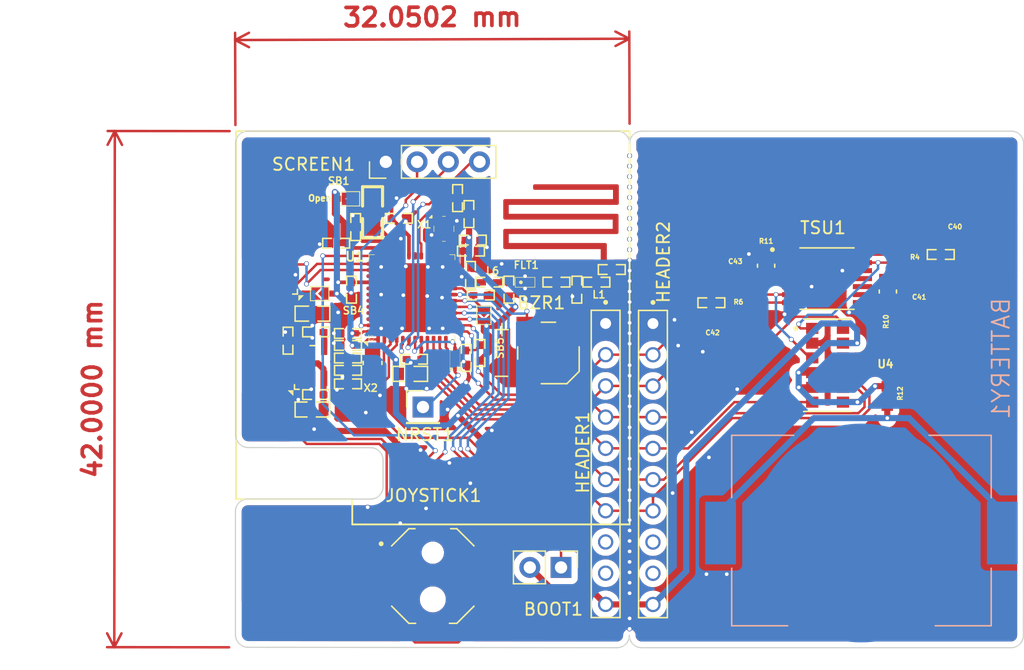
<source format=kicad_pcb>
(kicad_pcb (version 20211014) (generator pcbnew)
  (title_block (title "test_healthwatch_v1"))
  (layers (0 "F.Cu" signal) (31 "B.Cu" signal) (34 "B.Paste" user) (35 "F.Paste" user) (36 "B.SilkS" user "B.Silkscreen") (37 "F.SilkS" user "F.Silkscreen") (38 "B.Mask" user) (39 "F.Mask" user) (44 "Edge.Cuts" user))
  (property "ADDRESS1" "")
  (property "ADDRESS2" "")
  (property "ADDRESS3" "")
  (property "ADDRESS4" "")
  (property "APPLICATION_BUILDNUMBER" "")
  (property "APPROVEDBY" "")
  (property "AUTHOR" "Ph.A")
  (property "DOCUMENTNUMBER" "")
  (property "ORGANIZATION" "")
  (property "SHEETTOTAL" "2")
  (net 0 "")
  (net 1 "3V3")
  (net 2 "GND")
  (net 3 "Net-(SCREEN1-Pad3)")
  (net 4 "Net-(SCREEN1-Pad4)")
  (net 5 "Net-(SCREEN1-Pad2)")
  (net 6 "NRST")
  (net 7 "PA7")
  (net 8 "Net-(C17-Pad1)")
  (net 9 "Net-(C18-Pad1)")
  (net 10 "Net-(C12-Pad1)")
  (net 11 "Net-(C22-Pad1)")
  (net 12 "PA0")
  (net 13 "PA1")
  (net 14 "PA2")
  (net 15 "PA3")
  (net 16 "PA4")
  (net 17 "PA5")
  (net 18 "PB2")
  (net 19 "Net-(C19-Pad1)")
  (net 20 "Net-(C30-Pad2)")
  (net 21 "Net-(U1-Pad24)")
  (net 22 "Net-(U1-Pad25)")
  (net 24 "Net-(C10-Pad1)")
  (net 25 "Net-(L2-Pad2)")
  (net 26 "PA6")
  (net 27 "/USB_N")
  (net 28 "/USB_P")
  (net 36 "Net-(U2-Pad4)")
  (net 37 "5V_USB")
  (net 38 "Net-(U2-Pad6)")
  (net 39 "Net-(C25-Pad2)")
  (net 40 "Net-(C26-Pad2)")
  (net 41 "Net-(C3-Pad2)")
  (net 42 "Net-(C4-Pad1)")
  (net 43 "PA8")
  (net 44 "Net-(C4-Pad2)")
  (net 45 "/ANT")
  (net 49 "Net-(U1-Pad29)")
  (net 50 "Net-(BOOT1-Pad1)")
  (net 51 "PA9")
  (net 52 "PA10")
  (net 53 "Net-(C41-Pad1)")
  (net 54 "Net-(C43-Pad1)")
  (net 55 "Net-(C43-Pad2)")
  (net 56 "Net-(C41-Pad2)")
  (net 61 "Net-(BATTERY1-PadP1)")
  (footprint "" (layer "F.Cu") (at 134.05 111.45)
    (fp_text reference "")
    (fp_text value "")
  )
  (footprint "1-146285-0:TE_1-146285-0" (layer "F.Cu") (at 150.75 95.2 -90)
    (fp_text reference "HEADER1")
    (fp_text value "1-146285-0")
  )
  (footprint "Library:0402_CAP_NPOL" (layer "F.Cu") (at 129.801028 97)
    (fp_text reference "C20")
    (fp_text value "100nF" hide)
  )
  (footprint "" (layer "F.Cu") (at 141.1 89)
    (fp_text reference "")
    (fp_text value "")
  )
  (footprint "Library:STM32WBxx_QFN48" (layer "F.Cu") (at 135 93.1 90)
    (fp_text reference "U1")
    (fp_text value "STM32WBxx_QFN48" hide)
  )
  (footprint "" (layer "F.Cu") (at 130.15 97)
    (fp_text reference "")
    (fp_text value "")
  )
  (footprint "Library:0603_COIL" (layer "F.Cu") (at 134.859098 99.3)
    (fp_text reference "L3")
    (fp_text value "FCM1608KF-601T03" hide)
  )
  (footprint "0ohmResistor:RESC2012X65N" (layer "F.Cu") (at 163.8 90.5 90)
    (fp_text reference "R11")
    (fp_text value "CRG0805ZR")
  )
  (footprint "" (layer "F.Cu") (at 152.7 103.65)
    (fp_text reference "")
    (fp_text value "")
  )
  (footprint "" (layer "F.Cu") (at 125.7627 101.4 90)
    (fp_text reference "")
    (fp_text value "")
  )
  (footprint "" (layer "F.Cu") (at 152.7 81.55)
    (fp_text reference "")
    (fp_text value "")
  )
  (footprint "Library:SOD523" (layer "F.Cu") (at 138.5 98.1 -90)
    (fp_text reference "D4")
    (fp_text value "BAT54KFILM" hide)
  )
  (footprint "" (layer "F.Cu") (at 152.7 107.05)
    (fp_text reference "")
    (fp_text value "")
  )
  (footprint "" (layer "F.Cu") (at 170.55 94.3)
    (fp_text reference "")
    (fp_text value "")
  )
  (footprint "" (layer "F.Cu") (at 152.7 101.95)
    (fp_text reference "")
    (fp_text value "")
  )
  (footprint "Library:0402_RES" (layer "F.Cu") (at 178 89.6)
    (fp_text reference "R3")
    (fp_text value "10K" hide)
  )
  (footprint "" (layer "F.Cu") (at 130.05 92.7)
    (fp_text reference "")
    (fp_text value "")
  )
  (footprint "" (layer "F.Cu") (at 161.45 100.55)
    (fp_text reference "")
    (fp_text value "")
  )
  (footprint "" (layer "F.Cu") (at 132.5 95.6)
    (fp_text reference "")
    (fp_text value "")
  )
  (footprint "1-146285-0:TE_1-146285-0" (layer "F.Cu") (at 154.6 95.2075 -90)
    (fp_text reference "HEADER2")
    (fp_text value "1-146285-0")
  )
  (footprint "Library:0402_CAP_NPOL" (layer "F.Cu") (at 139.8 89.3 180)
    (fp_text reference "C1")
    (fp_text value "100nF" hide)
  )
  (footprint "Library:0402_RES" (layer "F.Cu") (at 129.8 100.1 180)
    (fp_text reference "R2")
    (fp_text value "10K" hide)
  )
  (footprint "" (layer "F.Cu") (at 136.6 88)
    (fp_text reference "")
    (fp_text value "")
  )
  (footprint "" (layer "F.Cu") (at 152.7 111.2)
    (fp_text reference "")
    (fp_text value "")
  )
  (footprint "" (layer "F.Cu") (at 144.2 93.2)
    (fp_text reference "")
    (fp_text value "")
  )
  (footprint "" (layer "F.Cu") (at 126.8127 100.55 90)
    (fp_text reference "")
    (fp_text value "")
  )
  (footprint "Library:0402_CAP_NPOL" (layer "F.Cu") (at 139.95 88.4 180)
    (fp_text reference "C2")
    (fp_text value "100pF" hide)
  )
  (footprint "Library:SOT23-6" (layer "F.Cu") (at 124.8 92.299999 180)
    (fp_text reference "U2")
    (fp_text value "USBLC6-2SC6" hide)
  )
  (footprint "" (layer "F.Cu") (at 152.7 86.65)
    (fp_text reference "")
    (fp_text value "")
  )
  (footprint "Library:0603_CAP_NPOL" (layer "F.Cu") (at 126.9127 94.4 180)
    (fp_text reference "C26")
    (fp_text value "1uF" hide)
  )
  (footprint "" (layer "F.Cu") (at 136.2 100.5)
    (fp_text reference "")
    (fp_text value "")
  )
  (footprint "" (layer "F.Cu") (at 158.95 115.6)
    (fp_text reference "")
    (fp_text value "")
  )
  (footprint "" (layer "F.Cu") (at 125.5308 91.237149)
    (fp_text reference "")
    (fp_text value "")
  )
  (footprint "" (layer "F.Cu") (at 129 94.3)
    (fp_text reference "")
    (fp_text value "")
  )
  (footprint "" (layer "F.Cu") (at 152.7 92.6)
    (fp_text reference "")
    (fp_text value "")
  )
  (footprint "Library:0402_CAP_NPOL" (layer "F.Cu") (at 129.801028 99 180)
    (fp_text reference "C18")
    (fp_text value "10pF" hide)
  )
  (footprint "Library:0402_CAP_NPOL" (layer "F.Cu") (at 140.6 92.9)
    (fp_text reference "C19")
    (fp_text value "100nF" hide)
  )
  (footprint "KSSG13J12-N:XDCR_KSSG13J12-N" (layer "F.Cu") (at 146.1 97.6)
    (fp_text reference "BZR1")
    (fp_text value "KSSG13J12-N")
  )
  (footprint "" (layer "F.Cu") (at 152.7 95.15)
    (fp_text reference "")
    (fp_text value "")
  )
  (footprint "" (layer "F.Cu") (at 138.05 106.55)
    (fp_text reference "")
    (fp_text value "")
  )
  (footprint "CR0402-FX-4700GLF:RESC1005X40N" (layer "F.Cu") (at 176.15 90.6)
    (fp_text reference "R4")
    (fp_text value "CR0402-FX-4700GLF")
  )
  (footprint "" (layer "F.Cu") (at 136.15 110.25)
    (fp_text reference "")
    (fp_text value "")
  )
  (footprint "" (layer "F.Cu") (at 152.7 112.9)
    (fp_text reference "")
    (fp_text value "")
  )
  (footprint "" (layer "F.Cu") (at 139.75 108.2)
    (fp_text reference "")
    (fp_text value "")
  )
  (footprint "" (layer "F.Cu") (at 132.4 101.05)
    (fp_text reference "")
    (fp_text value "")
  )
  (footprint "" (layer "F.Cu") (at 137.5 90.6)
    (fp_text reference "")
    (fp_text value "")
  )
  (footprint "Library:0402_RES" (layer "F.Cu") (at 138.7 85 -90)
    (fp_text reference "R14")
    (fp_text value "100K" hide)
  )
  (footprint "Library:0402_CAP_NPOL" (layer "F.Cu") (at 151.25 90.798975 180)
    (fp_text reference "C7")
    (fp_text value "1.2pF" hide)
  )
  (footprint "CR0402-FX-4700GLF:RESC1005X40N" (layer "F.Cu") (at 161.3 92.45 180)
    (fp_text reference "R6")
    (fp_text value "CR0402-FX-4700GLF")
  )
  (footprint "" (layer "F.Cu") (at 144.2 91.35)
    (fp_text reference "")
    (fp_text value "")
  )
  (footprint "Library:0805_COIL" (layer "F.Cu") (at 131.8 85.014 -90)
    (fp_text reference "L2")
    (fp_text value "10uH" hide)
  )
  (footprint "" (layer "F.Cu") (at 152.7 109.6)
    (fp_text reference "")
    (fp_text value "")
  )
  (footprint "" (layer "F.Cu") (at 136.243811 92.969054)
    (fp_text reference "")
    (fp_text value "")
  )
  (footprint "" (layer "F.Cu") (at 152.7 83.25)
    (fp_text reference "")
    (fp_text value "")
  )
  (footprint "" (layer "F.Cu") (at 129.35 99.55)
    (fp_text reference "")
    (fp_text value "")
  )
  (footprint "" (layer "F.Cu") (at 134.55 100.5)
    (fp_text reference "")
    (fp_text value "")
  )
  (footprint "" (layer "F.Cu") (at 142.3 90.35)
    (fp_text reference "")
    (fp_text value "")
  )
  (footprint "" (layer "F.Cu") (at 134.1 88.3)
    (fp_text reference "")
    (fp_text value "")
  )
  (footprint "Library:NX2012_2P" (layer "F.Cu") (at 131.8 97.65 -90)
    (fp_text reference "X2")
    (fp_text value "NX2012_32K768Hz" hide)
  )
  (footprint "" (layer "F.Cu") (at 132.5 90.6)
    (fp_text reference "")
    (fp_text value "")
  )
  (footprint "Library:SOT23-5" (layer "F.Cu") (at 126.9127 98.4 90)
    (fp_text reference "U3")
    (fp_text value "LD3985M33R" hide)
  )
  (footprint "" (layer "F.Cu") (at 132.5 92.85)
    (fp_text reference "")
    (fp_text value "")
  )
  (footprint "Library:0402_CAP_NPOL" (layer "F.Cu") (at 148.4 92.448972 -90)
    (fp_text reference "C6")
    (fp_text value "NF" hide)
  )
  (footprint "100ohm:RESC1608X55N" (layer "F.Cu") (at 173.65 101.1 -90)
    (fp_text reference "R12")
    (fp_text value "MCR03EZPJ911")
  )
  (footprint "" (layer "F.Cu") (at 152.7 104.5)
    (fp_text reference "")
    (fp_text value "")
  )
  (footprint "Library:0402_CAP_NPOL" (layer "F.Cu") (at 146.75 91.85)
    (fp_text reference "C4")
    (fp_text value "10nF" hide)
  )
  (footprint "" (layer "F.Cu") (at 124.7 95.9 90)
    (fp_text reference "")
    (fp_text value "")
  )
  (footprint "Library:0402_COIL" (layer "F.Cu") (at 141.3 91.85)
    (fp_text reference "L6")
    (fp_text value "0R" hide)
  )
  (footprint "" (layer "F.Cu") (at 152.7 90.9)
    (fp_text reference "")
    (fp_text value "")
  )
  (footprint "" (layer "F.Cu") (at 160.6 115.6)
    (fp_text reference "")
    (fp_text value "")
  )
  (footprint "Library:0603_CAP_NPOL" (layer "F.Cu") (at 126.9127 102.2)
    (fp_text reference "C23")
    (fp_text value "1uF" hide)
  )
  (footprint "Connector_PinHeader_2.54mm:PinHeader_1x02_P2.54mm_Vertical" (layer "F.Cu") (at 147.125 115.05 -90)
    (fp_text reference "BOOT1")
    (fp_text value "Conn_01x02_Male")
  )
  (footprint "Library:0402_CAP_NPOL" (layer "F.Cu") (at 128.839203 88.657 180)
    (fp_text reference "C16")
    (fp_text value "100nF" hide)
  )
  (footprint "" (layer "F.Cu") (at 152.7 88.35)
    (fp_text reference "")
    (fp_text value "")
  )
  (footprint "" (layer "F.Cu") (at 152.7 114.6)
    (fp_text reference "")
    (fp_text value "")
  )
  (footprint "" (layer "F.Cu") (at 152.7 82.4)
    (fp_text reference "")
    (fp_text value "")
  )
  (footprint "" (layer "F.Cu") (at 139.4 100)
    (fp_text reference "")
    (fp_text value "")
  )
  (footprint "" (layer "F.Cu") (at 152.7 112.05)
    (fp_text reference "")
    (fp_text value "")
  )
  (footprint "C0603C101K5RACTU:CAPC1608X87N" (layer "F.Cu") (at 161.35 91.1 180)
    (fp_text reference "C43")
    (fp_text value "C0603C101K5RACTU")
  )
  (footprint "Connector_PinHeader_2.54mm:PinHeader_1x04_P2.54mm_Vertical" (layer "F.Cu") (at 132.88 82.05 90)
    (fp_text reference "SCREEN1")
    (fp_text value "HEADER_1X41")
  )
  (footprint "" (layer "F.Cu") (at 162.4 89.55)
    (fp_text reference "")
    (fp_text value "")
  )
  (footprint "" (layer "F.Cu") (at 152.7 93.45)
    (fp_text reference "")
    (fp_text value "")
  )
  (footprint "" (layer "F.Cu") (at 152.7 108.75)
    (fp_text reference "")
    (fp_text value "")
  )
  (footprint "Library:SB-tiny" (layer "F.Cu") (at 129.939203 85.057 180)
    (fp_text reference "SB1")
    (fp_text value "Open")
  )
  (footprint "" (layer "F.Cu") (at 152.7 90.05)
    (fp_text reference "")
    (fp_text value "")
  )
  (footprint "C0603C101K5RACTU:CAPC1608X87N" (layer "F.Cu") (at 176.15 91.95)
    (fp_text reference "C41")
    (fp_text value "C0603C101K5RACTU")
  )
  (footprint "" (layer "F.Cu") (at 127.5 88.75)
    (fp_text reference "")
    (fp_text value "")
  )
  (footprint "" (layer "F.Cu") (at 126.9 96.37 90)
    (fp_text reference "")
    (fp_text value "")
  )
  (footprint "" (layer "F.Cu") (at 152.7 84.1)
    (fp_text reference "")
    (fp_text value "")
  )
  (footprint "" (layer "F.Cu") (at 165.3 94.45)
    (fp_text reference "")
    (fp_text value "")
  )
  (footprint "Library:0402_RES" (layer "F.Cu") (at 140.55 97.6 90)
    (fp_text reference "R1")
    (fp_text value "100K" hide)
  )
  (footprint "C0603C101K5RACTU:CAPC1608X87N" (layer "F.Cu") (at 179.4 88.4)
    (fp_text reference "C40")
    (fp_text value "C0603C101K5RACTU")
  )
  (footprint "" (layer "F.Cu") (at 131.25 102.45)
    (fp_text reference "")
    (fp_text value "")
  )
  (footprint "" (layer "F.Cu") (at 129 91.85)
    (fp_text reference "")
    (fp_text value "")
  )
  (footprint "Library:0402_CAP_NPOL" (layer "F.Cu") (at 135.161826 98.1 180)
    (fp_text reference "C22")
    (fp_text value "100nF" hide)
  )
  (footprint "Library:0402_CAP_NPOL" (layer "F.Cu") (at 139.75 91.25 -90)
    (fp_text reference "C30")
    (fp_text value "0.8pF" hide)
  )
  (footprint "Library:0402_COIL" (layer "F.Cu") (at 150 91.85)
    (fp_text reference "L1")
    (fp_text value "3.6nH" hide)
  )
  (footprint "" (layer "F.Cu") (at 128.9 100.6)
    (fp_text reference "")
    (fp_text value "")
  )
  (footprint "" (layer "F.Cu") (at 152.7 89.2)
    (fp_text reference "")
    (fp_text value "")
  )
  (footprint "Library:0402_CAP_NPOL" (layer "F.Cu") (at 127.2127 95.9)
    (fp_text reference "C25")
    (fp_text value "10nF" hide)
  )
  (footprint "" (layer "F.Cu") (at 152.7 85.8)
    (fp_text reference "")
    (fp_text value "")
  )
  (footprint "" (layer "F.Cu") (at 152.7 96)
    (fp_text reference "")
    (fp_text value "")
  )
  (footprint "" (layer "F.Cu") (at 152.7 115.45)
    (fp_text reference "")
    (fp_text value "")
  )
  (footprint "" (layer "F.Cu") (at 141.5 103.9)
    (fp_text reference "")
    (fp_text value "")
  )
  (footprint "" (layer "F.Cu") (at 131.4 110.15)
    (fp_text reference "")
    (fp_text value "")
  )
  (footprint "" (layer "F.Cu") (at 130.15 96)
    (fp_text reference "")
    (fp_text value "")
  )
  (footprint "" (layer "F.Cu") (at 128.65 96.8)
    (fp_text reference "")
    (fp_text value "")
  )
  (footprint "SFH_7072:XDCR_SFH_7072" (layer "F.Cu") (at 168.8 98.6)
    (fp_text reference "U4")
    (fp_text value "SFH_7072")
  )
  (footprint "TSU104IPT:SOP65P640X120-14N" (layer "F.Cu") (at 168.75 91.55)
    (fp_text reference "TSU1")
    (fp_text value "TSU104IPT")
  )
  (footprint "" (layer "F.Cu") (at 152.7 94.3)
    (fp_text reference "")
    (fp_text value "")
  )
  (footprint "" (layer "F.Cu") (at 136.4 95.6)
    (fp_text reference "")
    (fp_text value "")
  )
  (footprint "" (layer "F.Cu") (at 144.2 92.35)
    (fp_text reference "")
    (fp_text value "")
  )
  (footprint "Library:0402_CAP_NPOL" (layer "F.Cu") (at 130.439203 87.357 90)
    (fp_text reference "C9")
    (fp_text value "4.7uF" hide)
  )
  (footprint "" (layer "F.Cu") (at 137.5 95.6)
    (fp_text reference "")
    (fp_text value "")
  )
  (footprint "" (layer "F.Cu") (at 134.5 90.55)
    (fp_text reference "")
    (fp_text value "")
  )
  (footprint "" (layer "F.Cu") (at 152.7 99.45)
    (fp_text reference "")
    (fp_text value "")
  )
  (footprint "" (layer "F.Cu") (at 167.5 92.2)
    (fp_text reference "")
    (fp_text value "")
  )
  (footprint "Connector_USB:usb-PCB" (layer "F.Cu") (at 120.6375 115.52 -90)
    (fp_text reference "USB1" hide)
    (fp_text value "USB_A_PLUG" hide)
  )
  (footprint "" (layer "F.Cu") (at 152.7 98.6)
    (fp_text reference "")
    (fp_text value "")
  )
  (footprint "JS1400AFQ:SW_JS1400AFQ" (layer "F.Cu") (at 136.7 115.75)
    (fp_text reference "JOYSTICK1")
    (fp_text value "JS1400AFQ")
  )
  (footprint "Library:0402_CAP_NPOL" (layer "F.Cu") (at 129.801028 96 180)
    (fp_text reference "C15")
    (fp_text value "100nF" hide)
  )
  (footprint "" (layer "F.Cu") (at 126.9 95.37)
    (fp_text reference "")
    (fp_text value "")
  )
  (footprint "" (layer "F.Cu") (at 156.65 97)
    (fp_text reference "")
    (fp_text value "")
  )
  (footprint "" (layer "F.Cu") (at 158.65 97.5)
    (fp_text reference "")
    (fp_text value "")
  )
  (footprint "" (layer "F.Cu") (at 136.3 90.6)
    (fp_text reference "")
    (fp_text value "")
  )
  (footprint "Library:0402_CAP_NPOL" (layer "F.Cu") (at 142.9 92.448973 90)
    (fp_text reference "C3")
    (fp_text value "NF" hide)
  )
  (footprint "Library:SB-tiny" (layer "F.Cu") (at 140.850001 94.6 -90)
    (fp_text reference "SB5")
    (fp_text value "Close" hide)
  )
  (footprint "" (layer "F.Cu") (at 135.7 105.5)
    (fp_text reference "")
    (fp_text value "")
  )
  (footprint "" (layer "F.Cu") (at 127.05 103.8)
    (fp_text reference "")
    (fp_text value "")
  )
  (footprint "" (layer "F.Cu") (at 152.7 120.05)
    (fp_text reference "")
    (fp_text value "")
  )
  (footprint "Library:0402_RES" (layer "F.Cu") (at 159.35 93.5 180)
    (fp_text reference "R5")
    (fp_text value "10K" hide)
  )
  (footprint "" (layer "F.Cu") (at 133.75 85)
    (fp_text reference "")
    (fp_text value "")
  )
  (footprint "" (layer "F.Cu") (at 152.7 91.75)
    (fp_text reference "")
    (fp_text value "")
  )
  (footprint "" (layer "F.Cu") (at 152.7 101.1)
    (fp_text reference "")
    (fp_text value "")
  )
  (footprint "" (layer "F.Cu") (at 134.2 95.6)
    (fp_text reference "")
    (fp_text value "")
  )
  (footprint "" (layer "F.Cu") (at 152.7 87.5)
    (fp_text reference "")
    (fp_text value "")
  )
  (footprint "" (layer "F.Cu") (at 139.2 98.3)
    (fp_text reference "")
    (fp_text value "")
  )
  (footprint "" (layer "F.Cu") (at 134.3 92.9)
    (fp_text reference "")
    (fp_text value "")
  )
  (footprint "Library:0402_CAP_NPOL" (layer "F.Cu") (at 133.939203 86.657)
    (fp_text reference "C10")
    (fp_text value "4.7uF" hide)
  )
  (footprint "Library:0402_CAP_NPOL" (layer "F.Cu") (at 124.9127 96.6 -90)
    (fp_text reference "C27")
    (fp_text value "100nF" hide)
  )
  (footprint "Library:0402_CAP_NPOL" (layer "F.Cu") (at 139.4 98 -90)
    (fp_text reference "C12")
    (fp_text value "100nF" hide)
  )
  (footprint "Library:0402_CAP_NPOL" (layer "F.Cu") (at 130.1 92.450571 90)
    (fp_text reference "C21")
    (fp_text value "100nF" hide)
  )
  (footprint "" (layer "F.Cu") (at 139.1 96.45)
    (fp_text reference "")
    (fp_text value "")
  )
  (footprint "" (layer "F.Cu") (at 152.7 119.2)
    (fp_text reference "")
    (fp_text value "")
  )
  (footprint "Library:0402_CAP_NPOL" (layer "F.Cu") (at 129.801028 98 180)
    (fp_text reference "C17")
    (fp_text value "10pF" hide)
  )
  (footprint "" (layer "F.Cu") (at 128.65 96)
    (fp_text reference "")
    (fp_text value "")
  )
  (footprint "" (layer "F.Cu") (at 170 90.9)
    (fp_text reference "")
    (fp_text value "")
  )
  (footprint "" (layer "F.Cu") (at 152.7 113.75)
    (fp_text reference "")
    (fp_text value "")
  )
  (footprint "Library:SB-tiny" (layer "F.Cu") (at 127.4325 92.7675 180)
    (fp_text reference "SB4")
    (fp_text value "Close" hide)
  )
  (footprint "C0603C101K5RACTU:CAPC1608X87N" (layer "F.Cu") (at 159.5 94.7)
    (fp_text reference "C42")
    (fp_text value "C0603C101K5RACTU")
  )
  (footprint "Library:0402_RES" (layer "F.Cu") (at 139.65 86.3 90)
    (fp_text reference "R13")
    (fp_text value "100K" hide)
  )
  (footprint "" (layer "F.Cu") (at 152.7 96.85)
    (fp_text reference "")
    (fp_text value "")
  )
  (footprint "Library:LFB182G45CGFD436" (layer "F.Cu") (at 144.2 91.85)
    (fp_text reference "FLT1")
    (fp_text value "LFB182G45CGFD436" hide)
  )
  (footprint "0ohmResistor:RESC2012X65N" (layer "F.Cu") (at 173.7 92.6 -90)
    (fp_text reference "R10")
    (fp_text value "CRG0805ZR")
  )
  (footprint "" (layer "F.Cu") (at 157.75 104.05)
    (fp_text reference "")
    (fp_text value "")
  )
  (footprint "" (layer "F.Cu") (at 156.35 94.9)
    (fp_text reference "")
    (fp_text value "")
  )
  (footprint "Connector_PinHeader_2.54mm:PinHeader_1x01_P2.54mm_Vertical" (layer "F.Cu") (at 135.9 102)
    (fp_text reference "NRST1")
    (fp_text value "Conn_01x01_Female")
  )
  (footprint "Library:0402_CAP_NPOL" (layer "F.Cu") (at 127.2127 101)
    (fp_text reference "C24")
    (fp_text value "100nF" hide)
  )
  (footprint "" (layer "F.Cu") (at 139.05 91.4)
    (fp_text reference "")
    (fp_text value "")
  )
  (footprint "" (layer "F.Cu") (at 138.65 86.85)
    (fp_text reference "")
    (fp_text value "")
  )
  (footprint "" (layer "F.Cu") (at 152.7 116.3)
    (fp_text reference "")
    (fp_text value "")
  )
  (footprint "" (layer "F.Cu") (at 137.45 93.1)
    (fp_text reference "")
    (fp_text value "")
  )
  (footprint "" (layer "F.Cu") (at 134.9 98.4)
    (fp_text reference "")
    (fp_text value "")
  )
  (footprint "" (layer "F.Cu") (at 156.2 109)
    (fp_text reference "")
    (fp_text value "")
  )
  (footprint "" (layer "F.Cu") (at 137.9 102.2)
    (fp_text reference "")
    (fp_text value "")
  )
  (footprint "" (layer "F.Cu") (at 152.7 106.2)
    (fp_text reference "")
    (fp_text value "")
  )
  (footprint "" (layer "F.Cu") (at 152.7 117.15)
    (fp_text reference "")
    (fp_text value "")
  )
  (footprint "" (layer "F.Cu") (at 134.5 86.9)
    (fp_text reference "")
    (fp_text value "")
  )
  (footprint "" (layer "F.Cu") (at 148.05 93)
    (fp_text reference "")
    (fp_text value "")
  )
  (footprint "Library:NX2016_4P" (layer "F.Cu") (at 137.6 87.5 -90)
    (fp_text reference "X1")
    (fp_text value "NX2016_32MHz" hide)
  )
  (footprint "" (layer "F.Cu") (at 130.189203 86.407)
    (fp_text reference "")
    (fp_text value "")
  )
  (footprint "" (layer "F.Cu") (at 152.7 84.95)
    (fp_text reference "")
    (fp_text value "")
  )
  (footprint "" (layer "F.Cu") (at 159.15 106.1)
    (fp_text reference "")
    (fp_text value "")
  )
  (footprint "BAT-HLD-002-SMT:BAT_BAT-HLD-002-SMT" (layer "B.Cu") (at 171.55 112.25)
    (fp_text reference "BATTERY1")
    (fp_text value "BAT-HLD-002-SMT")
  )
  (gr_poly (pts (xy 130.701203 84.557001) (xy 130.701203 85.556999) (xy 130.339202 85.556999) (xy 129.839203 85.057) (xy 130.339202 84.557001)) (layer "F.Cu") (width 0) (fill solid))
  (gr_poly (pts (xy 140.350002 93.845499) (xy 141.35 93.845499) (xy 141.35 94.2075) (xy 140.850001 94.707499) (xy 140.350002 94.2075)) (layer "F.Cu") (width 0) (fill solid))
  (gr_poly (pts (xy 128.2295 92.267501) (xy 128.2295 93.267499) (xy 127.867499 93.267499) (xy 127.3675 92.7675) (xy 127.867499 92.267501)) (layer "F.Cu") (width 0) (fill solid))
  (gr_poly (pts (xy 141.35 94.4575) (xy 140.850001 94.957499) (xy 140.350002 94.4575) (xy 140.350002 95.242499) (xy 141.35 95.242499)) (layer "F.Cu") (width 0) (fill solid))
  (gr_poly (pts (xy 127.6175 93.267499) (xy 127.117501 92.7675) (xy 127.6175 92.267501) (xy 126.8325 92.267501) (xy 126.8325 93.267499)) (layer "F.Cu") (width 0) (fill solid))
  (gr_poly (pts (xy 130.089203 85.556999) (xy 129.589204 85.057) (xy 130.089203 84.557001) (xy 129.304203 84.557001) (xy 129.304203 85.556999)) (layer "F.Cu") (width 0) (fill solid))
  (gr_line (start 120.7 109.5) (end 120.7 79.55) (layer "F.SilkS") (width 0.15))
  (gr_line (start 120.7 79.55) (end 152.7 79.55) (layer "F.SilkS") (width 0.15))
  (gr_line (start 130.15 109.5) (end 120.7 109.5) (layer "F.SilkS") (width 0.15))
  (gr_line (start 130.15 111.55) (end 130.15 109.5) (layer "F.SilkS") (width 0.15))
  (gr_line (start 152.7 79.55) (end 152.7 111.55) (layer "F.SilkS") (width 0.15))
  (gr_line (start 152.7 111.55) (end 130.15 111.55) (layer "F.SilkS") (width 0.15))
  (gr_line (start 121.65 109.49) (end 131.65 109.49) (layer "Edge.Cuts") (width 0.1))
  (gr_arc (start 120.65 110.49) (mid 120.942891 109.78289) (end 121.65 109.49) (layer "Edge.Cuts") (width 0.1))
  (gr_arc (start 121.65 121.55) (mid 120.955912 121.244087) (end 120.65 120.55) (layer "Edge.Cuts") (width 0.1))
  (gr_line (start 184.737874 80.55) (end 184.718639 120.582814) (layer "Edge.Cuts") (width 0.1))
  (gr_arc (start 151.7 79.55) (mid 152.407107 79.842893) (end 152.7 80.55) (layer "Edge.Cuts") (width 0.1))
  (gr_line (start 151.680765 121.582814) (end 121.65 121.55) (layer "Edge.Cuts") (width 0.1))
  (gr_arc (start 153.680765 121.582814) (mid 152.973658 121.289921) (end 152.680765 120.582814) (layer "Edge.Cuts") (width 0.1))
  (gr_line (start 120.65 120.55) (end 120.65 110.49) (layer "Edge.Cuts") (width 0.1))
  (gr_line (start 121.65 105.297892) (end 131.65 105.309614) (layer "Edge.Cuts") (width 0.1))
  (gr_arc (start 184.718639 120.582814) (mid 184.42574 121.289915) (end 183.718639 121.582814) (layer "Edge.Cuts") (width 0.1))
  (gr_arc (start 152.680765 120.582814) (mid 152.387872 121.289921) (end 151.680765 121.582814) (layer "Edge.Cuts") (width 0.1))
  (gr_line (start 183.718639 121.582814) (end 153.680765 121.582814) (layer "Edge.Cuts") (width 0.1))
  (gr_line (start 121.662126 79.55) (end 151.7 79.55) (layer "Edge.Cuts") (width 0.1))
  (gr_arc (start 121.65 105.297892) (mid 120.947792 104.967392) (end 120.662126 104.245787) (layer "Edge.Cuts") (width 0.1))
  (gr_line (start 120.662126 104.245787) (end 120.662126 80.55) (layer "Edge.Cuts") (width 0.1))
  (gr_line (start 132.65 108.49) (end 132.65 106.302507) (layer "Edge.Cuts") (width 0.1))
  (gr_arc (start 132.65 108.49) (mid 132.357105 109.197104) (end 131.65 109.49) (layer "Edge.Cuts") (width 0.1))
  (gr_line (start 153.7 79.55) (end 183.737874 79.55) (layer "Edge.Cuts") (width 0.1))
  (gr_arc (start 131.65 105.309614) (mid 132.354617 105.599994) (end 132.65 106.302507) (layer "Edge.Cuts") (width 0.1))
  (gr_arc (start 120.662126 80.55) (mid 120.955021 79.842902) (end 121.662126 79.55) (layer "Edge.Cuts") (width 0.1))
  (gr_arc (start 152.7 80.55) (mid 152.992893 79.842893) (end 153.7 79.55) (layer "Edge.Cuts") (width 0.1))
  (gr_arc (start 183.737874 79.55) (mid 184.444998 79.842884) (end 184.737874 80.55) (layer "Edge.Cuts") (width 0.1))
  (dimension (type aligned) (layer "F.Cu") (pts (xy 152.7 79.443842) (xy 120.65 79.55)) (height 7.413844) (gr_text "32,0502 mm" (at 136.644482 70.283128 0.1897779444) (layer "F.Cu") (effects (font (size 1.5 1.5) (thickness 0.3)))) (format (units 3) (units_format 1) (precision 4)) (style (thickness 0.2) (arrow_length 1.27) (text_position_mode 0) (extension_height 0.58642) (extension_offset 0.5) keep_text_aligned))
  (dimension (type aligned) (layer "F.Cu") (pts (xy 120.6375 121.55) (xy 120.68 79.55)) (height -9.837502) (gr_text "42,0000 mm" (at 109.021254 100.538224 89.94202215) (layer "F.Cu") (effects (font (size 1.5 1.5) (thickness 0.3)))) (format (units 3) (units_format 1) (precision 4)) (style (thickness 0.2) (arrow_length 1.27) (text_position_mode 0) (extension_height 0.58642) (extension_offset 0.5) keep_text_aligned))
  (segment (start 138.75 102.7) (end 149.4 113.35) (width 0.5) (layer "F.Cu") (net 1))
  (segment (start 171.22 101.6) (end 170.05 101.6) (width 0.5) (layer "F.Cu") (net 1))
  (segment (start 149.4 116.71) (end 150.75 118.06) (width 0.5) (layer "F.Cu") (net 1))
  (segment (start 128.739203 86.257) (end 128.739203 85.257) (width 0.5) (layer "F.Cu") (net 1))
  (segment (start 128.739203 85.257) (end 128.739203 84.507) (width 0.5) (layer "F.Cu") (net 1))
  (segment (start 143.4 93.85) (end 141.85 95.4) (width 0.5) (layer "F.Cu") (net 1))
  (segment (start 149.4 113.35) (end 149.4 116.71) (width 0.5) (layer "F.Cu") (net 1))
  (segment (start 129.439203 86.957) (end 128.739203 86.257) (width 0.5) (layer "F.Cu") (net 1))
  (segment (start 149.4 116.71) (end 146.245 116.71) (width 0.5) (layer "F.Cu") (net 1))
  (segment (start 173.63 100.3) (end 173.65 100.32) (width 0.5) (layer "F.Cu") (net 1))
  (segment (start 133.7 99.042602) (end 133.957398 99.3) (width 0.5) (layer "F.Cu") (net 1))
  (segment (start 132.480774 89.051597) (end 129.832772 89.051597) (width 0.3) (layer "F.Cu") (net 1))
  (segment (start 133.260798 89.701597) (end 133.260798 89.060798) (width 0.3) (layer "F.Cu") (net 1))
  (segment (start 146.245 116.71) (end 144.585 115.05) (width 0.5) (layer "F.Cu") (net 1))
  (segment (start 166.45 100.4) (end 167.55 100.4) (width 0.5) (layer "F.Cu") (net 1))
  (segment (start 166.44 99.2) (end 167.55 99.2) (width 0.5) (layer "F.Cu") (net 1))
  (segment (start 129.439203 87.957) (end 129.439203 86.957) (width 0.5) (layer "F.Cu") (net 1))
  (segment (start 132.760797 89.701597) (end 132.760798 89.331621) (width 0.3) (layer "F.Cu") (net 1))
  (segment (start 131.048403 95.851597) (end 131.601198 95.851597) (width 0.2) (layer "F.Cu") (net 1))
  (segment (start 139.1 90.6) (end 139.1 89.365) (width 0.3) (layer "F.Cu") (net 1))
  (segment (start 130.983231 88.5) (end 130.439203 87.955972) (width 0.3) (layer "F.Cu") (net 1))
  (segment (start 130.9 97) (end 131.401602 96.498398) (width 0.2) (layer "F.Cu") (net 1))
  (segment (start 141.253511 96.197989) (end 141.253511 97.531489) (width 0.5) (layer "F.Cu") (net 1))
  (segment (start 133.260798 89.060798) (end 132.7 88.5) (width 0.3) (layer "F.Cu") (net 1))
  (segment (start 150.75 118.06) (end 154.5925 118.06) (width 0.5) (layer "F.Cu") (net 1))
  (segment (start 130.439203 87.955972) (end 129.440231 87.955972) (width 0.5) (layer "F.Cu") (net 1))
  (segment (start 138.642893 90.85) (end 138.85 90.85) (width 0.25) (layer "F.Cu") (net 1))
  (segment (start 141.85 95.4) (end 141.05 95.4) (width 0.5) (layer "F.Cu") (net 1))
  (segment (start 128.9 92.7675) (end 127.932499 92.7675) (width 0.5) (layer "F.Cu") (net 1))
  (segment (start 139.165 88.55) (end 139.315 88.4) (width 0.3) (layer "F.Cu") (net 1))
  (segment (start 139.65 88.2) (end 139.65 86.935) (width 0.5) (layer "F.Cu") (net 1))
  (segment (start 132.760798 89.331621) (end 132.480774 89.051597) (width 0.3) (layer "F.Cu") (net 1))
  (segment (start 140.850001 95.794479) (end 141.253511 96.197989) (width 0.5) (layer "F.Cu") (net 1))
  (segment (start 140.850001 95.25) (end 140.850001 95.794479) (width 0.5) (layer "F.Cu") (net 1))
  (segment (start 154.5925 118.06) (end 154.6 118.0675) (width 0.5) (layer "F.Cu") (net 1))
  (segment (start 171.2 96.8) (end 170.05 96.8) (width 0.5) (layer "F.Cu") (net 1))
  (segment (start 172.65 100.3) (end 173.63 100.3) (width 0.5) (layer "F.Cu") (net 1))
  (segment (start 131.401602 96.498398) (end 132.253686 96.498398) (width 0.2) (layer "F.Cu") (net 1))
  (segment (start 138.85 90.85) (end 139.1 90.6) (width 0.3) (layer "F.Cu") (net 1))
  (segment (start 129.832772 89.051597) (end 129.438175 88.657) (width 0.3) (layer "F.Cu") (net 1))
  (segment (start 130.9 96) (end 131.048403 95.851597) (width 0.2) (layer "F.Cu") (net 1))
  (segment (start 130.1 91.851598) (end 129 91.851598) (width 0.3) (layer "F.Cu") (net 1))
  (segment (start 130.400001 97) (end 130.9 97) (width 0.2) (layer "F.Cu") (net 1))
  (segment (start 129.439203 88.654944) (end 129.439203 87.957) (width 0.5) (layer "F.Cu") (net 1))
  (segment (start 141.253511 97.531489) (end 140.55 98.235) (width 0.5) (layer "F.Cu") (net 1))
  (segment (start 139.165 89.3) (end 139.165 88.55) (width 0.3) (layer "F.Cu") (net 1))
  (segment (start 129.440231 87.955972) (end 129.439203 87.957) (width 0.3) (layer "F.Cu") (net 1))
  (segment (start 128.739203 85.057) (end 129.289203 85.057) (width 0.5) (layer "F.Cu") (net 1))
  (segment (start 132.7 88.5) (end 130.983231 88.5) (width 0.3) (layer "F.Cu") (net 1))
  (segment (start 133.7 98.15) (end 133.7 99.042602) (width 0.5) (layer "F.Cu") (net 1))
  (segment (start 130.4 96) (end 130.9 96) (width 0.2) (layer "F.Cu") (net 1))
  (segment (start 139.1 89.365) (end 139.165 89.3) (width 0.3) (layer "F.Cu") (net 1))
  (segment (start 130.1 91.851598) (end 131.601198 91.851598) (width 0.3) (layer "F.Cu") (net 1))
  (via (at 133.7 98.15) (size 0.4) (drill 0.3) (layers "F.Cu" "B.Cu") (net 1))
  (via (at 128.739203 84.507) (size 0.4) (drill 0.3) (layers "F.Cu" "B.Cu") (net 1))
  (via (at 172.65 100.3) (size 0.4) (drill 0.3) (layers "F.Cu" "B.Cu") (net 1))
  (via (at 166.44 99.2) (size 0.4) (drill 0.3) (layers "F.Cu" "B.Cu") (net 1))
  (via (at 171.22 101.6) (size 0.4) (drill 0.3) (layers "F.Cu" "B.Cu") (net 1))
  (via (at 143.4 93.85) (size 0.4) (drill 0.3) (layers "F.Cu" "B.Cu") (net 1))
  (via (at 138.75 102.7) (size 0.4) (drill 0.3) (layers "F.Cu" "B.Cu") (net 1))
  (via (at 166.45 100.4) (size 0.4) (drill 0.3) (layers "F.Cu" "B.Cu") (net 1))
  (via (at 128.9 92.7675) (size 0.4) (drill 0.3) (layers "F.Cu" "B.Cu") (net 1))
  (via (at 141.05 95.4) (size 0.4) (drill 0.3) (layers "F.Cu" "B.Cu") (net 1))
  (via (at 171.2 96.8) (size 0.4) (drill 0.3) (layers "F.Cu" "B.Cu") (net 1))
  (via (at 139.65 88.2) (size 0.4) (drill 0.3) (layers "F.Cu" "B.Cu") (net 1))
  (segment (start 128.9 92.7675) (end 130 93.8675) (width 0.5) (layer "B.Cu") (net 1))
  (segment (start 130.55 97) (end 132.55 97) (width 0.5) (layer "B.Cu") (net 1))
  (segment (start 166.45 99.21) (end 166.44 99.2) (width 0.5) (layer "B.Cu") (net 1))
  (segment (start 168.84 96.8) (end 171.2 96.8) (width 0.5) (layer "B.Cu") (net 1))
  (segment (start 133.7 102.5) (end 133.7 98.15) (width 0.5) (layer "B.Cu") (net 1))
  (segment (start 134.7 103.5) (end 133.7 102.5) (width 0.5) (layer "B.Cu") (net 1))
  (segment (start 171.22 101.6) (end 167.65 101.6) (width 0.5) (layer "B.Cu") (net 1))
  (segment (start 130 96.45) (end 130.55 97) (width 0.5) (layer "B.Cu") (net 1))
  (segment (start 137.95 103.5) (end 134.7 103.5) (width 0.5) (layer "B.Cu") (net 1))
  (segment (start 167.65 101.6) (end 166.45 100.4) (width 0.5) (layer "B.Cu") (net 1))
  (segment (start 170.65 95.2) (end 171.2 95.75) (width 0.5) (layer "B.Cu") (net 1))
  (segment (start 166.44 99.2) (end 168.84 96.8) (width 0.5) (layer "B.Cu") (net 1))
  (segment (start 143.4 93.85) (end 139.65 90.1) (width 0.5) (layer "B.Cu") (net 1))
  (segment (start 171.35 101.6) (end 171.22 101.6) (width 0.5) (layer "B.Cu") (net 1))
  (segment (start 138.75 102.7) (end 141.05 100.4) (width 0.5) (layer "B.Cu") (net 1))
  (segment (start 130 93.8675) (end 130 96.45) (width 0.5) (layer "B.Cu") (net 1))
  (segment (start 128.9 84.667797) (end 128.739203 84.507) (width 0.5) (layer "B.Cu") (net 1))
  (segment (start 157.3 106.2) (end 168.3 95.2) (width 0.5) (layer "B.Cu") (net 1))
  (segment (start 141.05 100.4) (end 141.05 95.4) (width 0.5) (layer "B.Cu") (net 1))
  (segment (start 128.9 92.7675) (end 128.9 84.667797) (width 0.5) (layer "B.Cu") (net 1))
  (segment (start 157.3 115.3675) (end 157.3 106.2) (width 0.5) (layer "B.Cu") (net 1))
  (segment (start 132.55 97) (end 133.7 98.15) (width 0.5) (layer "B.Cu") (net 1))
  (segment (start 139.65 90.1) (end 139.65 88.2) (width 0.5) (layer "B.Cu") (net 1))
  (segment (start 171.2 95.75) (end 171.2 96.8) (width 0.5) (layer "B.Cu") (net 1))
  (segment (start 168.3 95.2) (end 170.65 95.2) (width 0.5) (layer "B.Cu") (net 1))
  (segment (start 154.6 118.0675) (end 157.3 115.3675) (width 0.5) (layer "B.Cu") (net 1))
  (segment (start 166.45 100.4) (end 166.45 99.21) (width 0.5) (layer "B.Cu") (net 1))
  (segment (start 172.65 100.3) (end 171.35 101.6) (width 0.5) (layer "B.Cu") (net 1))
  (segment (start 138.75 102.7) (end 137.95 103.5) (width 0.5) (layer "B.Cu") (net 1))
  (segment (start 138.73342 91.351599) (end 138.398799 91.351599) (width 0.25) (layer "F.Cu") (net 2))
  (segment (start 134.260799 92.360799) (end 135 93.1) (width 0.25) (layer "F.Cu") (net 2))
  (segment (start 135 93.1) (end 136.748401 91.351599) (width 0.25) (layer "F.Cu") (net 2))
  (segment (start 134.260799 89.701597) (end 134.260799 92.360799) (width 0.25) (layer "F.Cu") (net 2))
  (segment (start 139.05 91.4) (end 138.781821 91.4) (width 0.25) (layer "F.Cu") (net 2))
  (segment (start 136.748401 91.351599) (end 138.398799 91.351599) (width 0.25) (layer "F.Cu") (net 2))
  (segment (start 134.260799 89.701597) (end 134.260799 88.360799) (width 0.25) (layer "F.Cu") (net 2))
  (segment (start 171.63 90.9) (end 170 90.9) (width 0.2) (layer "F.Cu") (net 2))
  (segment (start 138.781821 91.4) (end 138.73342 91.351599) (width 0.25) (layer "F.Cu") (net 2))
  (segment (start 165.87 92.2) (end 167.5 92.2) (width 0.2) (layer "F.Cu") (net 2))
  (segment (start 134.160298 97.455658) (end 134.160298 96.98029) (width 0.2) (layer "F.Cu") (net 3))
  (segment (start 134.160298 96.98029) (end 134.260799 96.879789) (width 0.2) (layer "F.Cu") (net 3))
  (segment (start 137.96 82.44) (end 137.96 82.05) (width 0.2) (layer "F.Cu") (net 3))
  (segment (start 134.260799 96.879789) (end 134.260799 96.498398) (width 0.2) (layer "F.Cu") (net 3))
  (segment (start 135.1 85.3) (end 137.96 82.44) (width 0.2) (layer "F.Cu") (net 3))
  (via (at 134.160298 97.455658) (size 0.4) (drill 0.3) (layers "F.Cu" "B.Cu") (net 3))
  (via (at 135.1 85.3) (size 0.4) (drill 0.3) (layers "F.Cu" "B.Cu") (net 3))
  (segment (start 135.1 85.3) (end 135.1 95.894728) (width 0.2) (layer "B.Cu") (net 3))
  (segment (start 135.1 95.894728) (end 134.1 96.894728) (width 0.2) (layer "B.Cu") (net 3))
  (segment (start 134.1 97.39536) (end 134.160298 97.455658) (width 0.2) (layer "B.Cu") (net 3))
  (segment (start 134.1 96.894728) (end 134.1 97.39536) (width 0.2) (layer "B.Cu") (net 3))
  (segment (start 136.4 85.5) (end 139.85 82.05) (width 0.2) (layer "F.Cu") (net 4))
  (segment (start 134.686113 97.160891) (end 134.686113 96.913887) (width 0.2) (layer "F.Cu") (net 4))
  (segment (start 134.686113 96.913887) (end 134.760798 96.839202) (width 0.2) (layer "F.Cu") (net 4))
  (segment (start 139.85 82.05) (end 140.5 82.05) (width 0.2) (layer "F.Cu") (net 4))
  (segment (start 135.9 85.5) (end 136.4 85.5) (width 0.2) (layer "F.Cu") (net 4))
  (segment (start 134.760798 96.839202) (end 134.760798 96.498398) (width 0.2) (layer "F.Cu") (net 4))
  (via (at 135.9 85.5) (size 0.4) (drill 0.3) (layers "F.Cu" "B.Cu") (net 4))
  (via (at 134.686113 97.160891) (size 0.4) (drill 0.3) (layers "F.Cu" "B.Cu") (net 4))
  (segment (start 135.9 85.5) (end 135.499519 85.900481) (width 0.2) (layer "B.Cu") (net 4))
  (segment (start 135.499519 96.347485) (end 134.686113 97.160891) (width 0.2) (layer "B.Cu") (net 4))
  (segment (start 135.499519 85.900481) (end 135.499519 96.347485) (width 0.2) (layer "B.Cu") (net 4))
  (segment (start 130.876014 95.379292) (end 130.903708 95.351598) (width 0.25) (layer "F.Cu") (net 5))
  (segment (start 134.5 85.15) (end 135.42 84.23) (width 0.2) (layer "F.Cu") (net 5))
  (segment (start 134.5 85.6) (end 134.5 85.15) (width 0.2) (layer "F.Cu") (net 5))
  (segment (start 130.903708 95.351598) (end 131.601198 95.351598) (width 0.2) (layer "F.Cu") (net 5))
  (segment (start 135.42 84.23) (end 135.42 82.05) (width 0.2) (layer "F.Cu") (net 5))
  (via (at 130.876014 95.379292) (size 0.4) (drill 0.3) (layers "F.Cu" "B.Cu") (net 5))
  (via (at 134.5 85.6) (size 0.4) (drill 0.3) (layers "F.Cu" "B.Cu") (net 5))
  (segment (start 130.876014 89.223986) (end 130.876014 95.379292) (width 0.2) (layer "B.Cu") (net 5))
  (segment (start 134.5 85.6) (end 130.876014 89.223986) (width 0.2) (layer "B.Cu") (net 5))
  (segment (start 138.760179 99.419463) (end 138.5 99.159284) (width 0.2) (layer "F.Cu") (net 6))
  (segment (start 138.5 99.159284) (end 138.5 98.775) (width 0.2) (layer "F.Cu") (net 6))
  (via (at 138.760179 99.419463) (size 0.4) (drill 0.3) (layers "F.Cu" "B.Cu") (net 6))
  (segment (start 138.760179 99.419463) (end 136.179642 102) (width 0.2) (layer "B.Cu") (net 6))
  (segment (start 136.179642 102) (end 135.9 102) (width 0.2) (layer "B.Cu") (net 6))
  (segment (start 139.259783 94.351598) (end 139.261782 94.349599) (width 0.2) (layer "F.Cu") (net 7))
  (segment (start 140.7 107.85661) (end 140.7 114.325) (width 0.2) (layer "F.Cu") (net 7))
  (segment (start 138.398799 94.351598) (end 139.259783 94.351598) (width 0.2) (layer "F.Cu") (net 7))
  (segment (start 138.350994 105.507604) (end 140.7 107.85661) (width 0.2) (layer "F.Cu") (net 7))
  (segment (start 138.350994 105.4) (end 138.350994 105.507604) (width 0.2) (layer "F.Cu") (net 7))
  (via (at 139.261782 94.349599) (size 0.4) (drill 0.3) (layers "F.Cu" "B.Cu") (net 7))
  (via (at 138.350994 105.4) (size 0.4) (drill 0.3) (layers "F.Cu" "B.Cu") (net 7))
  (segment (start 138.350994 104.667634) (end 138.350994 105.4) (width 0.2) (layer "B.Cu") (net 7))
  (segment (start 142.05 95.056497) (end 142.05 100.968628) (width 0.2) (layer "B.Cu") (net 7))
  (segment (start 142.05 100.968628) (end 138.350994 104.667634) (width 0.2) (layer "B.Cu") (net 7))
  (segment (start 139.261782 94.349599) (end 141.343102 94.349599) (width 0.2) (layer "B.Cu") (net 7))
  (segment (start 141.343102 94.349599) (end 142.05 95.056497) (width 0.2) (layer "B.Cu") (net 7))
  (segment (start 132.760797 96.825907) (end 132.760797 96.498398) (width 0.2) (layer "F.Cu") (net 8))
  (segment (start 130.4 98) (end 131.586704 98) (width 0.2) (layer "F.Cu") (net 8))
  (segment (start 131.586704 98) (end 132.760797 96.825907) (width 0.2) (layer "F.Cu") (net 8))
  (segment (start 132.724511 97.427199) (end 133.260798 96.890912) (width 0.2) (layer "F.Cu") (net 9))
  (segment (start 130.4 99) (end 132.174022 99) (width 0.2) (layer "F.Cu") (net 9))
  (segment (start 132.724511 98.449511) (end 132.724511 97.427199) (width 0.2) (layer "F.Cu") (net 9))
  (segment (start 133.260798 96.890912) (end 133.260798 96.498398) (width 0.2) (layer "F.Cu") (net 9))
  (segment (start 132.174022 99) (end 132.724511 98.449511) (width 0.2) (layer "F.Cu") (net 9))
  (segment (start 140.15 97.365) (end 138.635 97.365) (width 0.2) (layer "F.Cu") (net 10))
  (segment (start 140.55 96.965) (end 140.15 97.365) (width 0.2) (layer "F.Cu") (net 10))
  (segment (start 135.260797 96.498398) (end 135.260797 97.400501) (width 0.2) (layer "F.Cu") (net 10))
  (segment (start 138.310297 96.7) (end 138.5 96.889703) (width 0.2) (layer "F.Cu") (net 10))
  (segment (start 138.56 97.365) (end 138.5 97.425) (width 0.2) (layer "F.Cu") (net 10))
  (segment (start 138.5 96.889703) (end 138.5 97.425) (width 0.2) (layer "F.Cu") (net 10))
  (segment (start 135.260797 97.400501) (end 135.211298 97.45) (width 0.2) (layer "F.Cu") (net 10))
  (segment (start 138.635 97.365) (end 138.56 97.365) (width 0.2) (layer "F.Cu") (net 10))
  (via (at 135.211298 97.45) (size 0.4) (drill 0.3) (layers "F.Cu" "B.Cu") (net 10))
  (via (at 138.310297 96.7) (size 0.4) (drill 0.3) (layers "F.Cu" "B.Cu") (net 10))
  (segment (start 138.310297 96.7) (end 135.961298 96.7) (width 0.2) (layer "B.Cu") (net 10))
  (segment (start 135.961298 96.7) (end 135.211298 97.45) (width 0.2) (layer "B.Cu") (net 10))
  (segment (start 135.760798 98) (end 135.760798 97.2) (width 0.3) (layer "F.Cu") (net 11))
  (segment (start 135.760798 98) (end 135.760798 99.3) (width 0.3) (layer "F.Cu") (net 11))
  (segment (start 135.760798 96.498398) (end 135.760798 97.2) (width 0.2) (layer "F.Cu") (net 11))
  (segment (start 139.86863 103) (end 143.31 103) (width 0.2) (layer "F.Cu") (net 12))
  (segment (start 161.05 102.9) (end 171.465686 102.9) (width 0.2) (layer "F.Cu") (net 12))
  (segment (start 150.75 110.44) (end 154.5925 110.44) (width 0.2) (layer "F.Cu") (net 12))
  (segment (start 136.7 97.8) (end 136.7 99.831372) (width 0.2) (layer "F.Cu") (net 12))
  (segment (start 143.31 103) (end 150.75 110.44) (width 0.2) (layer "F.Cu") (net 12))
  (segment (start 172.2 100.9) (end 170.5 99.2) (width 0.2) (layer "F.Cu") (net 12))
  (segment (start 171.465686 102.9) (end 172.2 102.165685) (width 0.2) (layer "F.Cu") (net 12))
  (segment (start 154.6 109.35) (end 161.05 102.9) (width 0.2) (layer "F.Cu") (net 12))
  (segment (start 172.2 102.165685) (end 172.2 100.9) (width 0.2) (layer "F.Cu") (net 12))
  (segment (start 170.5 99.2) (end 170.05 99.2) (width 0.2) (layer "F.Cu") (net 12))
  (segment (start 136.260797 96.498398) (end 136.260797 97.360797) (width 0.2) (layer "F.Cu") (net 12))
  (segment (start 154.5925 110.44) (end 154.6 110.4475) (width 0.2) (layer "F.Cu") (net 12))
  (segment (start 154.6 110.4475) (end 154.6 109.35) (width 0.2) (layer "F.Cu") (net 12))
  (segment (start 136.7 99.831372) (end 139.86863 103) (width 0.2) (layer "F.Cu") (net 12))
  (segment (start 136.260797 97.360797) (end 136.7 97.8) (width 0.2) (layer "F.Cu") (net 12))
  (segment (start 145.45 102.6) (end 150.75 107.9) (width 0.2) (layer "F.Cu") (net 13))
  (segment (start 140.034315 102.6) (end 145.45 102.6) (width 0.2) (layer "F.Cu") (net 13))
  (segment (start 154.6 107.9075) (end 155.476814 107.9075) (width 0.2) (layer "F.Cu") (net 13))
  (segment (start 171.3 102.5) (end 171.8 102) (width 0.2) (layer "F.Cu") (net 13))
  (segment (start 160.884315 102.5) (end 171.3 102.5) (width 0.2) (layer "F.Cu") (net 13))
  (segment (start 137.1 97.61731) (end 137.1 99.665686) (width 0.2) (layer "F.Cu") (net 13))
  (segment (start 137.1 99.665686) (end 140.034315 102.6) (width 0.2) (layer "F.Cu") (net 13))
  (segment (start 136.760799 97.278108) (end 137.1 97.61731) (width 0.2) (layer "F.Cu") (net 13))
  (segment (start 150.75 107.9) (end 154.5925 107.9) (width 0.2) (layer "F.Cu") (net 13))
  (segment (start 154.5925 107.9) (end 154.6 107.9075) (width 0.2) (layer "F.Cu") (net 13))
  (segment (start 171.8 102) (end 171.8 101.065686) (width 0.2) (layer "F.Cu") (net 13))
  (segment (start 155.476814 107.9075) (end 160.884315 102.5) (width 0.2) (layer "F.Cu") (net 13))
  (segment (start 171.8 101.065686) (end 171.134314 100.4) (width 0.2) (layer "F.Cu") (net 13))
  (segment (start 136.760799 96.498398) (end 136.760799 97.278108) (width 0.2) (layer "F.Cu") (net 13))
  (segment (start 171.134314 100.4) (end 170.05 100.4) (width 0.2) (layer "F.Cu") (net 13))
  (segment (start 137.260798 97.212422) (end 137.5 97.451624) (width 0.2) (layer "F.Cu") (net 14))
  (segment (start 137.5 99.5) (end 140.2 102.2) (width 0.2) (layer "F.Cu") (net 14))
  (segment (start 137.260798 96.498398) (end 137.260798 97.212422) (width 0.2) (layer "F.Cu") (net 14))
  (segment (start 137.5 97.451624) (end 137.5 99.5) (width 0.2) (layer "F.Cu") (net 14))
  (segment (start 150.75 105.36) (end 154.5925 105.36) (width 0.2) (layer "F.Cu") (net 14))
  (segment (start 154.6 105.3675) (end 157.451128 105.3675) (width 0.2) (layer "F.Cu") (net 14))
  (segment (start 147.59 102.2) (end 150.75 105.36) (width 0.2) (layer "F.Cu") (net 14))
  (segment (start 140.2 102.2) (end 147.59 102.2) (width 0.2) (layer "F.Cu") (net 14))
  (segment (start 157.451128 105.3675) (end 161.218628 101.6) (width 0.2) (layer "F.Cu") (net 14))
  (segment (start 154.5925 105.36) (end 154.6 105.3675) (width 0.2) (layer "F.Cu") (net 14))
  (segment (start 161.218628 101.6) (end 167.55 101.6) (width 0.2) (layer "F.Cu") (net 14))
  (segment (start 154.5925 102.82) (end 154.6 102.8275) (width 0.2) (layer "F.Cu") (net 15))
  (segment (start 140.434315 101.8) (end 149.73 101.8) (width 0.2) (layer "F.Cu") (net 15))
  (segment (start 137.760797 96.498398) (end 137.760797 97.146735) (width 0.2) (layer "F.Cu") (net 15))
  (segment (start 137.9 97.285939) (end 137.9 99.265685) (width 0.2) (layer "F.Cu") (net 15))
  (segment (start 166.15 94.65) (end 169.5 94.65) (width 0.2) (layer "F.Cu") (net 15))
  (segment (start 169.5 94.65) (end 170.05 95.2) (width 0.2) (layer "F.Cu") (net 15))
  (segment (start 149.73 101.8) (end 150.75 102.82) (width 0.2) (layer "F.Cu") (net 15))
  (segment (start 154.6 102.8275) (end 157.9725 102.8275) (width 0.2) (layer "F.Cu") (net 15))
  (segment (start 150.75 102.82) (end 154.5925 102.82) (width 0.2) (layer "F.Cu") (net 15))
  (segment (start 137.760797 97.146735) (end 137.9 97.285939) (width 0.2) (layer "F.Cu") (net 15))
  (segment (start 157.9725 102.8275) (end 166.15 94.65) (width 0.2) (layer "F.Cu") (net 15))
  (segment (start 170.05 95.2) (end 170.05 95.6) (width 0.2) (layer "F.Cu") (net 15))
  (segment (start 137.9 99.265685) (end 140.434315 101.8) (width 0.2) (layer "F.Cu") (net 15))
  (segment (start 158.725 96.1625) (end 154.6 100.2875) (width 0.2) (layer "F.Cu") (net 16))
  (segment (start 141.734766 101.4) (end 149.63 101.4) (width 0.2) (layer "F.Cu") (net 16))
  (segment (start 158.725 93.51) (end 158.715 93.5) (width 0.2) (layer "F.Cu") (net 16))
  (segment (start 149.63 101.4) (end 150.75 100.28) (width 0.2) (layer "F.Cu") (net 16))
  (segment (start 139.85 96.2) (end 139.501597 95.851597) (width 0.2) (layer "F.Cu") (net 16))
  (segment (start 158.725 94.7) (end 158.725 96.1625) (width 0.2) (layer "F.Cu") (net 16))
  (segment (start 140.4005 100.065734) (end 141.734766 101.4) (width 0.2) (layer "F.Cu") (net 16))
  (segment (start 158.725 94.7) (end 158.725 93.51) (width 0.2) (layer "F.Cu") (net 16))
  (segment (start 150.75 100.28) (end 154.5925 100.28) (width 0.2) (layer "F.Cu") (net 16))
  (segment (start 139.501597 95.851597) (end 138.398799 95.851597) (width 0.2) (layer "F.Cu") (net 16))
  (segment (start 154.5925 100.28) (end 154.6 100.2875) (width 0.2) (layer "F.Cu") (net 16))
  (via (at 140.4005 100.065734) (size 0.4) (drill 0.3) (layers "F.Cu" "B.Cu") (net 16))
  (via (at 139.85 96.2) (size 0.4) (drill 0.3) (layers "F.Cu" "B.Cu") (net 16))
  (segment (start 139.9 96.25) (end 139.9 99.565234) (width 0.2) (layer "B.Cu") (net 16))
  (segment (start 139.85 96.2) (end 139.9 96.25) (width 0.2) (layer "B.Cu") (net 16))
  (segment (start 139.9 99.565234) (end 140.4005 100.065734) (width 0.2) (layer "B.Cu") (net 16))
  (segment (start 150.75 97.74) (end 154.5925 97.74) (width 0.2) (layer "F.Cu") (net 17))
  (segment (start 142.3005 101) (end 147.49 101) (width 0.2) (layer "F.Cu") (net 17))
  (segment (start 139.751598 95.351598) (end 138.398799 95.351598) (width 0.2) (layer "F.Cu") (net 17))
  (segment (start 154.5925 97.74) (end 154.6 97.7475) (width 0.2) (layer "F.Cu") (net 17))
  (segment (start 161.45 88.4) (end 157.75 92.1) (width 0.2) (layer "F.Cu") (net 17))
  (segment (start 139.995563 95.618437) (end 139.995563 95.595563) (width 0.2) (layer "F.Cu") (net 17))
  (segment (start 139.995563 95.595563) (end 139.751598 95.351598) (width 0.2) (layer "F.Cu") (net 17))
  (segment (start 140.4005 99.1) (end 142.3005 101) (width 0.2) (layer "F.Cu") (net 17))
  (segment (start 157.75 92.1) (end 157.75 94.5975) (width 0.2) (layer "F.Cu") (net 17))
  (segment (start 178.635 88.41) (end 178.625 88.4) (width 0.2) (layer "F.Cu") (net 17))
  (segment (start 178.625 88.4) (end 161.45 88.4) (width 0.2) (layer "F.Cu") (net 17))
  (segment (start 147.49 101) (end 150.75 97.74) (width 0.2) (layer "F.Cu") (net 17))
  (segment (start 157.75 94.5975) (end 154.6 97.7475) (width 0.2) (layer "F.Cu") (net 17))
  (segment (start 178.635 89.6) (end 178.635 88.41) (width 0.2) (layer "F.Cu") (net 17))
  (via (at 140.4005 99.1) (size 0.4) (drill 0.3) (layers "F.Cu" "B.Cu") (net 17))
  (via (at 139.995563 95.618437) (size 0.4) (drill 0.3) (layers "F.Cu" "B.Cu") (net 17))
  (segment (start 140.35 95.972874) (end 140.35 99.0495) (width 0.2) (layer "B.Cu") (net 17))
  (segment (start 139.995563 95.618437) (end 140.35 95.972874) (width 0.2) (layer "B.Cu") (net 17))
  (segment (start 140.35 99.0495) (end 140.4005 99.1) (width 0.2) (layer "B.Cu") (net 17))
  (segment (start 138.9 92.851099) (end 138.899501 92.851598) (width 0.2) (layer "F.Cu") (net 18))
  (segment (start 138.899501 92.851598) (end 138.398799 92.851598) (width 0.2) (layer "F.Cu") (net 18))
  (segment (start 144.35 94.2) (end 144.35 95.7) (width 0.2) (layer "F.Cu") (net 18))
  (via (at 144.35 94.2) (size 0.4) (drill 0.3) (layers "F.Cu" "B.Cu") (net 18))
  (via (at 138.9 92.851099) (size 0.4) (drill 0.3) (layers "F.Cu" "B.Cu") (net 18))
  (segment (start 144.35 94.2) (end 144.15 94.4) (width 0.2) (layer "B.Cu") (net 18))
  (segment (start 143.09056 94.4) (end 141.541659 92.851099) (width 0.2) (layer "B.Cu") (net 18))
  (segment (start 144.15 94.4) (end 143.09056 94.4) (width 0.2) (layer "B.Cu") (net 18))
  (segment (start 141.541659 92.851099) (end 138.9 92.851099) (width 0.2) (layer "B.Cu") (net 18))
  (segment (start 138.398799 92.351599) (end 139.106916 92.351599) (width 0.2) (layer "F.Cu") (net 19))
  (segment (start 140.001028 92.9) (end 140.001028 93.251028) (width 0.2) (layer "F.Cu") (net 19))
  (segment (start 140.001028 93.251028) (end 140.850001 94.100001) (width 0.2) (layer "F.Cu") (net 19))
  (segment (start 139.655317 92.9) (end 140.001028 92.9) (width 0.2) (layer "F.Cu") (net 19))
  (segment (start 139.106916 92.351599) (end 139.655317 92.9) (width 0.2) (layer "F.Cu") (net 19))
  (segment (start 139.75 91.85) (end 140.70103 91.85) (width 0.5) (layer "F.Cu") (net 20))
  (segment (start 139.75 91.85) (end 139.672921 91.927079) (width 0.25) (layer "F.Cu") (net 20))
  (segment (start 138.758219 91.877079) (end 138.42428 91.877079) (width 0.25) (layer "F.Cu") (net 20))
  (segment (start 138.808219 91.927079) (end 138.758219 91.877079) (width 0.25) (layer "F.Cu") (net 20))
  (segment (start 138.42428 91.877079) (end 138.398799 91.851598) (width 0.25) (layer "F.Cu") (net 20))
  (segment (start 139.672921 91.927079) (end 138.808219 91.927079) (width 0.25) (layer "F.Cu") (net 20))
  (segment (start 138.398799 88.448799) (end 138.125 88.175) (width 0.2) (layer "F.Cu") (net 21))
  (segment (start 138.398799 90.351598) (end 138.398799 88.448799) (width 0.2) (layer "F.Cu") (net 21))
  (segment (start 136.5 88.9) (end 136 88.4) (width 0.2) (layer "F.Cu") (net 22))
  (segment (start 137.521594 88.9) (end 136.5 88.9) (width 0.2) (layer "F.Cu") (net 22))
  (segment (start 137.760797 89.139203) (end 137.521594 88.9) (width 0.2) (layer "F.Cu") (net 22))
  (segment (start 136 87.6) (end 136.775 86.825) (width 0.2) (layer "F.Cu") (net 22))
  (segment (start 137.760797 89.701597) (end 137.760797 89.139203) (width 0.2) (layer "F.Cu") (net 22))
  (segment (start 136 88.4) (end 136 87.6) (width 0.2) (layer "F.Cu") (net 22))
  (segment (start 136.775 86.825) (end 137.075 86.825) (width 0.2) (layer "F.Cu") (net 22))
  (segment (start 133.340231 85.758028) (end 132.639203 85.057) (width 0.3) (layer "F.Cu") (net 24))
  (segment (start 134.760798 88.077567) (end 133.340231 86.657) (width 0.3) (layer "F.Cu") (net 24))
  (segment (start 134.760798 89.701597) (end 134.760798 88.077567) (width 0.3) (layer "F.Cu") (net 24))
  (segment (start 132.639203 85.057) (end 130.439202 85.057) (width 0.3) (layer "F.Cu") (net 24))
  (segment (start 133.340231 86.657) (end 133.340231 85.758028) (width 0.3) (layer "F.Cu") (net 24))
  (segment (start 133.760797 88.85369) (end 132.207107 87.3) (width 0.3) (layer "F.Cu") (net 25))
  (segment (start 132.207107 87.3) (end 131.8 87.3) (width 0.3) (layer "F.Cu") (net 25))
  (segment (start 133.760797 89.701597) (end 133.760797 88.85369) (width 0.3) (layer "F.Cu") (net 25))
  (segment (start 137.7 105.65) (end 135.25 108.1) (width 0.2) (layer "F.Cu") (net 26))
  (segment (start 138.398799 94.851599) (end 139.698401 94.851599) (width 0.2) (layer "F.Cu") (net 26))
  (segment (start 133.2 115.75) (end 132.7 115.75) (width 0.2) (layer "F.Cu") (net 26))
  (segment (start 135.25 113.7) (end 133.2 115.75) (width 0.2) (layer "F.Cu") (net 26))
  (segment (start 139.698401 94.851599) (end 139.7 94.85) (width 0.2) (layer "F.Cu") (net 26))
  (segment (start 135.25 108.1) (end 135.25 113.7) (width 0.2) (layer "F.Cu") (net 26))
  (via (at 137.7 105.65) (size 0.4) (drill 0.3) (layers "F.Cu" "B.Cu") (net 26))
  (via (at 139.7 94.85) (size 0.4) (drill 0.3) (layers "F.Cu" "B.Cu") (net 26))
  (segment (start 139.7 94.85) (end 141.277817 94.85) (width 0.2) (layer "B.Cu") (net 26))
  (segment (start 141.6 95.172183) (end 141.6 100.852942) (width 0.2) (layer "B.Cu") (net 26))
  (segment (start 141.277817 94.85) (end 141.6 95.172183) (width 0.2) (layer "B.Cu") (net 26))
  (segment (start 141.6 100.852942) (end 137.7 104.752942) (width 0.2) (layer "B.Cu") (net 26))
  (segment (start 137.7 104.752942) (end 137.7 105.65) (width 0.2) (layer "B.Cu") (net 26))
  (segment (start 131.601198 90.351598) (end 127.2874 90.351598) (width 0.2) (layer "F.Cu") (net 27))
  (segment (start 127.2874 90.351598) (end 125.338999 92.299999) (width 0.2) (layer "F.Cu") (net 27))
  (segment (start 125.338999 92.299999) (end 124.8 92.299999) (width 0.2) (layer "F.Cu") (net 27))
  (segment (start 131.601198 90.851597) (end 127.566352 90.851597) (width 0.2) (layer "F.Cu") (net 28))
  (segment (start 124.8 90.4) (end 126.393651 90.4) (width 0.2) (layer "F.Cu") (net 28))
  (segment (start 127.566352 90.851597) (end 126.4308 91.987149) (width 0.2) (layer "F.Cu") (net 28))
  (via (at 126.4308 91.987149) (size 0.4) (drill 0.3) (layers "F.Cu" "B.Cu") (net 28))
  (via (at 126.4308 90.337149) (size 0.4) (drill 0.3) (layers "F.Cu" "B.Cu") (net 28))
  (segment (start 126.4308 91.987149) (end 126.4308 90.337149) (width 0.2) (layer "B.Cu") (net 28))
  (segment (start 126.434315 105) (end 121.5 100.065686) (width 0.2) (layer "F.Cu") (net 36))
  (segment (start 132.35 105) (end 126.434315 105) (width 0.2) (layer "F.Cu") (net 36))
  (segment (start 132.95 109.8075) (end 132.95 105.6) (width 0.2) (layer "F.Cu") (net 36))
  (segment (start 121.8 90.4) (end 122.5 90.4) (width 0.2) (layer "F.Cu") (net 36))
  (segment (start 125.7875 114.22) (end 128.5375 114.22) (width 0.2) (layer "F.Cu") (net 36))
  (segment (start 121.5 90.7) (end 121.8 90.4) (width 0.2) (layer "F.Cu") (net 36))
  (segment (start 128.5375 114.22) (end 132.95 109.8075) (width 0.2) (layer "F.Cu") (net 36))
  (segment (start 121.5 100.065686) (end 121.5 90.7) (width 0.2) (layer "F.Cu") (net 36))
  (segment (start 132.95 105.6) (end 132.35 105) (width 0.2) (layer "F.Cu") (net 36))
  (segment (start 123.6308 98.0008) (end 125.3 99.67) (width 0.5) (layer "F.Cu") (net 37))
  (segment (start 130.55 118.05) (end 129.27 119.33) (width 0.5) (layer "F.Cu") (net 37))
  (segment (start 134.05 110.051003) (end 130.55 113.551003) (width 0.5) (layer "F.Cu") (net 37))
  (segment (start 123.6308 91.604) (end 123.6308 98.0008) (width 0.5) (layer "F.Cu") (net 37))
  (segment (start 125.3 99.67) (end 125.9602 99.67) (width 0.5) (layer "F.Cu") (net 37))
  (segment (start 127.811673 98.898973) (end 127.3627 98.45) (width 0.5) (layer "F.Cu") (net 37))
  (segment (start 127.8144 101.002727) (end 127.811673 101) (width 0.5) (layer "F.Cu") (net 37))
  (segment (start 130.55 113.551003) (end 130.55 118.05) (width 0.5) (layer "F.Cu") (net 37))
  (segment (start 127.3627 98.45) (end 126.3627 98.45) (width 0.5) (layer "F.Cu") (net 37))
  (segment (start 126.3627 98.45) (end 125.9602 98.8525) (width 0.5) (layer "F.Cu") (net 37))
  (segment (start 128.55 103.95) (end 132.8 103.95) (width 0.5) (layer "F.Cu") (net 37))
  (segment (start 127.8144 103.2144) (end 128.55 103.95) (width 0.5) (layer "F.Cu") (net 37))
  (segment (start 134.05 105.2) (end 134.05 110.051003) (width 0.5) (layer "F.Cu") (net 37))
  (segment (start 132.8 103.95) (end 134.05 105.2) (width 0.5) (layer "F.Cu") (net 37))
  (segment (start 127.8144 102.2) (end 127.8144 101.002727) (width 0.5) (layer "F.Cu") (net 37))
  (segment (start 122.5 91.349998) (end 123.376798 91.349998) (width 0.5) (layer "F.Cu") (net 37))
  (segment (start 123.376798 91.349998) (end 123.6308 91.604) (width 0.5) (layer "F.Cu") (net 37))
  (segment (start 129.27 119.33) (end 125.5375 119.33) (width 0.5) (layer "F.Cu") (net 37))
  (segment (start 127.8144 102.2) (end 127.8144 103.2144) (width 0.5) (layer "F.Cu") (net 37))
  (segment (start 127.811673 101) (end 127.811673 98.898973) (width 0.5) (layer "F.Cu") (net 37))
  (segment (start 125.9602 98.8525) (end 125.9602 99.67) (width 0.5) (layer "F.Cu") (net 37))
  (segment (start 133.35 105.434314) (end 132.515686 104.6) (width 0.2) (layer "F.Cu") (net 38))
  (segment (start 128.5375 116.82) (end 130 115.3575) (width 0.2) (layer "F.Cu") (net 38))
  (segment (start 125.7875 116.82) (end 128.5375 116.82) (width 0.2) (layer "F.Cu") (net 38))
  (segment (start 133.35 109.973185) (end 133.35 105.434314) (width 0.2) (layer "F.Cu") (net 38))
  (segment (start 130 113.323185) (end 133.35 109.973185) (width 0.2) (layer "F.Cu") (net 38))
  (segment (start 130 115.3575) (end 130 113.323185) (width 0.2) (layer "F.Cu") (net 38))
  (segment (start 126.6 104.6) (end 122.5 100.5) (width 0.2) (layer "F.Cu") (net 38))
  (segment (start 122.5 100.5) (end 122.5 92.299999) (width 0.2) (layer "F.Cu") (net 38))
  (segment (start 132.515686 104.6) (end 126.6 104.6) (width 0.2) (layer "F.Cu") (net 38))
  (segment (start 127.8652 95.953527) (end 127.811673 95.9) (width 0.5) (layer "F.Cu") (net 39))
  (segment (start 127.8652 97.13) (end 127.8652 95.953527) (width 0.5) (layer "F.Cu") (net 39))
  (segment (start 124.913727 97.2) (end 124.9127 97.198973) (width 0.5) (layer "F.Cu") (net 40))
  (segment (start 126.1325 92.7675) (end 124.9 94) (width 0.5) (layer "F.Cu") (net 40))
  (segment (start 126.8 92.7675) (end 126.1325 92.7675) (width 0.5) (layer "F.Cu") (net 40))
  (segment (start 125.6827 94.7283) (end 126.011 94.4) (width 0.5) (layer "F.Cu") (net 40))
  (segment (start 125.6827 97.13) (end 125.6827 94.7283) (width 0.5) (layer "F.Cu") (net 40))
  (segment (start 125.9602 97.13) (end 125.6827 97.13) (width 0.5) (layer "F.Cu") (net 40))
  (segment (start 125.9602 97.13) (end 125.8902 97.2) (width 0.5) (layer "F.Cu") (net 40))
  (segment (start 124.9 94) (end 124.9 95.0873) (width 0.5) (layer "F.Cu") (net 40))
  (segment (start 125.046717 95.234017) (end 125.6627 95.234017) (width 0.5) (layer "F.Cu") (net 40))
  (segment (start 124.9 95.0873) (end 125.046717 95.234017) (width 0.5) (layer "F.Cu") (net 40))
  (segment (start 125.8902 97.2) (end 124.913727 97.2) (width 0.5) (layer "F.Cu") (net 40))
  (segment (start 141.898975 91.85) (end 143.5 91.85) (width 0.5) (layer "F.Cu") (net 41))
  (segment (start 144.9 91.85) (end 146 91.85) (width 0.5) (layer "F.Cu") (net 42))
  (segment (start 138.916244 93.851599) (end 138.398799 93.851599) (width 0.2) (layer "F.Cu") (net 43))
  (segment (start 139.718533 93.850099) (end 138.917744 93.850099) (width 0.2) (layer "F.Cu") (net 43))
  (segment (start 138.917744 93.850099) (end 138.916244 93.851599) (width 0.2) (layer "F.Cu") (net 43))
  (segment (start 138.950497 105.507604) (end 142.15 108.707107) (width 0.2) (layer "F.Cu") (net 43))
  (segment (start 142.15 108.707107) (end 142.15 116.45) (width 0.2) (layer "F.Cu") (net 43))
  (segment (start 142.15 116.45) (end 141.425 117.175) (width 0.2) (layer "F.Cu") (net 43))
  (segment (start 138.950497 105.4) (end 138.950497 105.507604) (width 0.2) (layer "F.Cu") (net 43))
  (segment (start 141.425 117.175) (end 140.7 117.175) (width 0.2) (layer "F.Cu") (net 43))
  (via (at 139.718533 93.850099) (size 0.4) (drill 0.3) (layers "F.Cu" "B.Cu") (net 43))
  (via (at 138.950497 105.4) (size 0.4) (drill 0.3) (layers "F.Cu" "B.Cu") (net 43))
  (segment (start 142.45 101.134314) (end 138.950497 104.633817) (width 0.2) (layer "B.Cu") (net 43))
  (segment (start 138.950497 104.633817) (end 138.950497 105.4) (width 0.2) (layer "B.Cu") (net 43))
  (segment (start 142.45 94.890811) (end 142.45 101.134314) (width 0.2) (layer "B.Cu") (net 43))
  (segment (start 139.718533 93.850099) (end 141.409288 93.850099) (width 0.2) (layer "B.Cu") (net 43))
  (segment (start 141.409288 93.850099) (end 142.45 94.890811) (width 0.2) (layer "B.Cu") (net 43))
  (segment (start 147.348973 91.85) (end 149.40103 91.85) (width 0.5) (layer "F.Cu") (net 44))
  (segment (start 150.6 91.848975) (end 150.6 90.05) (width 0.5) (layer "F.Cu") (net 45))
  (segment (start 150.598975 91.85) (end 150.6 91.848975) (width 0.5) (layer "F.Cu") (net 45))
  (segment (start 135.760798 89.701597) (end 135.760798 88.726484) (width 0.2) (layer "F.Cu") (net 49))
  (segment (start 136.865 85.635) (end 138.7 85.635) (width 0.2) (layer "F.Cu") (net 49))
  (segment (start 139.62 85.635) (end 139.65 85.665) (width 0.2) (layer "F.Cu") (net 49))
  (segment (start 135.6 88.565685) (end 135.6 86.9) (width 0.2) (layer "F.Cu") (net 49))
  (segment (start 135.6 86.9) (end 136.865 85.635) (width 0.2) (layer "F.Cu") (net 49))
  (segment (start 135.760798 88.726484) (end 135.6 88.565685) (width 0.2) (layer "F.Cu") (net 49))
  (segment (start 138.7 85.635) (end 139.62 85.635) (width 0.2) (layer "F.Cu") (net 49))
  (segment (start 133.760797 96.955919) (end 133.760797 96.498398) (width 0.2) (layer "F.Cu") (net 50))
  (segment (start 133.124031 97.592685) (end 133.760797 96.955919) (width 0.2) (layer "F.Cu") (net 50))
  (segment (start 147.125 112.075) (end 147.125 115.05) (width 0.2) (layer "F.Cu") (net 50))
  (segment (start 130.435 100.1) (end 130.435 100.685) (width 0.2) (layer "F.Cu") (net 50))
  (segment (start 130.435 100.1) (end 130.585489 99.949511) (width 0.2) (layer "F.Cu") (net 50))
  (segment (start 130.435 100.685) (end 134.25 104.5) (width 0.2) (layer "F.Cu") (net 50))
  (segment (start 132.724511 99.949511) (end 133.124031 99.549991) (width 0.2) (layer "F.Cu") (net 50))
  (segment (start 139.55 104.5) (end 147.125 112.075) (width 0.2) (layer "F.Cu") (net 50))
  (segment (start 133.124031 99.549991) (end 133.124031 97.592685) (width 0.2) (layer "F.Cu") (net 50))
  (segment (start 134.25 104.5) (end 139.55 104.5) (width 0.2) (layer "F.Cu") (net 50))
  (segment (start 130.585489 99.949511) (end 132.724511 99.949511) (width 0.2) (layer "F.Cu") (net 50))
  (segment (start 139.55 105.4) (end 142.55 108.4) (width 0.2) (layer "F.Cu") (net 51))
  (segment (start 138.768357 121.15) (end 135.25 121.15) (width 0.2) (layer "F.Cu") (net 51))
  (segment (start 132.7 118.6) (end 132.7 117.175) (width 0.2) (layer "F.Cu") (net 51))
  (segment (start 139.308009 93.350599) (end 139.307011 93.351597) (width 0.2) (layer "F.Cu") (net 51))
  (segment (start 142.55 117.368357) (end 138.768357 121.15) (width 0.2) (layer "F.Cu") (net 51))
  (segment (start 142.55 108.4) (end 142.55 117.368357) (width 0.2) (layer "F.Cu") (net 51))
  (segment (start 135.25 121.15) (end 132.7 118.6) (width 0.2) (layer "F.Cu") (net 51))
  (segment (start 139.307011 93.351597) (end 138.398799 93.351597) (width 0.2) (layer "F.Cu") (net 51))
  (via (at 139.308009 93.350599) (size 0.4) (drill 0.3) (layers "F.Cu" "B.Cu") (net 51))
  (via (at 139.55 105.4) (size 0.4) (drill 0.3) (layers "F.Cu" "B.Cu") (net 51))
  (segment (start 139.308009 93.350599) (end 141.475473 93.350599) (width 0.2) (layer "B.Cu") (net 51))
  (segment (start 142.85 94.725126) (end 142.85 101.3) (width 0.2) (layer "B.Cu") (net 51))
  (segment (start 141.475473 93.350599) (end 142.85 94.725126) (width 0.2) (layer "B.Cu") (net 51))
  (segment (start 139.55 104.6) (end 139.55 105.4) (width 0.2) (layer "B.Cu") (net 51))
  (segment (start 142.85 101.3) (end 139.55 104.6) (width 0.2) (layer "B.Cu") (net 51))
  (segment (start 136.9 105.55) (end 134.85 107.6) (width 0.2) (layer "F.Cu") (net 52))
  (segment (start 134.85 112.175) (end 132.7 114.325) (width 0.2) (layer "F.Cu") (net 52))
  (segment (start 134.85 107.6) (end 134.85 112.175) (width 0.2) (layer "F.Cu") (net 52))
  (segment (start 127.75 89.7) (end 127.751597 89.701597) (width 0.2) (layer "F.Cu") (net 52))
  (segment (start 127.751597 89.701597) (end 132.260798 89.701597) (width 0.2) (layer "F.Cu") (net 52))
  (via (at 136.9 105.55) (size 0.4) (drill 0.3) (layers "F.Cu" "B.Cu") (net 52))
  (via (at 127.75 89.7) (size 0.4) (drill 0.3) (layers "F.Cu" "B.Cu") (net 52))
  (segment (start 136.9 105.55) (end 135.65 104.3) (width 0.2) (layer "B.Cu") (net 52))
  (segment (start 130.3 104.3) (end 127.75 101.75) (width 0.2) (layer "B.Cu") (net 52))
  (segment (start 135.65 104.3) (end 130.3 104.3) (width 0.2) (layer "B.Cu") (net 52))
  (segment (start 127.75 101.75) (end 127.75 89.7) (width 0.2) (layer "B.Cu") (net 52))
  (segment (start 166.45 95.45) (end 166.45 95.25) (width 0.2) (layer "F.Cu") (net 53))
  (segment (start 172.9 90.25) (end 171.63 90.25) (width 0.2) (layer "F.Cu") (net 53))
  (segment (start 175 90.6) (end 174.95 90.55) (width 0.2) (layer "F.Cu") (net 53))
  (segment (start 173.7 91.665) (end 173.7 90.25) (width 0.2) (layer "F.Cu") (net 53))
  (segment (start 166.6 95.6) (end 166.45 95.45) (width 0.2) (layer "F.Cu") (net 53))
  (segment (start 174.95 91.525) (end 174.95 90.55) (width 0.2) (layer "F.Cu") (net 53))
  (segment (start 167.55 95.6) (end 166.6 95.6) (width 0.2) (layer "F.Cu") (net 53))
  (segment (start 175.715 90.6) (end 175 90.6) (width 0.2) (layer "F.Cu") (net 53))
  (segment (start 175.375 91.95) (end 174.95 91.525) (width 0.2) (layer "F.Cu") (net 53))
  (segment (start 174.95 90.55) (end 174.65 90.25) (width 0.2) (layer "F.Cu") (net 53))
  (segment (start 173.7 90.25) (end 172.9 90.25) (width 0.2) (layer "F.Cu") (net 53))
  (segment (start 174.65 90.25) (end 173.7 90.25) (width 0.2) (layer "F.Cu") (net 53))
  (via (at 166.45 95.25) (size 0.4) (drill 0.3) (layers "F.Cu" "B.Cu") (net 53))
  (via (at 172.9 90.25) (size 0.4) (drill 0.3) (layers "F.Cu" "B.Cu") (net 53))
  (segment (start 167.2 94.5) (end 169.15 94.5) (width 0.2) (layer "B.Cu") (net 53))
  (segment (start 166.45 95.25) (end 167.2 94.5) (width 0.2) (layer "B.Cu") (net 53))
  (segment (start 172.9 90.75) (end 172.9 90.25) (width 0.2) (layer "B.Cu") (net 53))
  (segment (start 169.15 94.5) (end 172.9 90.75) (width 0.2) (layer "B.Cu") (net 53))
  (segment (start 163.8 91.435) (end 163.8 92.85) (width 0.2) (layer "F.Cu") (net 54))
  (segment (start 162.55 92.7) (end 162.7 92.85) (width 0.2) (layer "F.Cu") (net 54))
  (segment (start 164.6 92.85) (end 165.87 92.85) (width 0.2) (layer "F.Cu") (net 54))
  (segment (start 165.85 96.5) (end 167.35 98) (width 0.2) (layer "F.Cu") (net 54))
  (segment (start 162.55 91.525) (end 162.55 92.45) (width 0.2) (layer "F.Cu") (net 54))
  (segment (start 163.8 92.85) (end 164.6 92.85) (width 0.2) (layer "F.Cu") (net 54))
  (segment (start 162.55 92.45) (end 162.55 92.7) (width 0.2) (layer "F.Cu") (net 54))
  (segment (start 161.735 92.45) (end 162.55 92.45) (width 0.2) (layer "F.Cu") (net 54))
  (segment (start 162.125 91.1) (end 162.55 91.525) (width 0.2) (layer "F.Cu") (net 54))
  (segment (start 162.7 92.85) (end 163.8 92.85) (width 0.2) (layer "F.Cu") (net 54))
  (segment (start 167.35 98) (end 167.55 98) (width 0.2) (layer "F.Cu") (net 54))
  (via (at 165.85 96.5) (size 0.4) (drill 0.3) (layers "F.Cu" "B.Cu") (net 54))
  (via (at 164.6 92.85) (size 0.4) (drill 0.3) (layers "F.Cu" "B.Cu") (net 54))
  (segment (start 164.6 95.25) (end 165.85 96.5) (width 0.2) (layer "B.Cu") (net 54))
  (segment (start 164.6 95.25) (end 164.6 92.85) (width 0.2) (layer "B.Cu") (net 54))
  (segment (start 165.87 93.5) (end 159.985 93.5) (width 0.2) (layer "F.Cu") (net 55))
  (segment (start 160.865 92.45) (end 160 92.45) (width 0.2) (layer "F.Cu") (net 55))
  (segment (start 159.985 93.5) (end 159.985 92.465) (width 0.2) (layer "F.Cu") (net 55))
  (segment (start 159.985 92.465) (end 159.985 91.69) (width 0.2) (layer "F.Cu") (net 55))
  (segment (start 160 92.45) (end 159.985 92.465) (width 0.2) (layer "F.Cu") (net 55))
  (segment (start 159.985 91.69) (end 160.575 91.1) (width 0.2) (layer "F.Cu") (net 55))
  (segment (start 177.365 91.51) (end 176.925 91.95) (width 0.2) (layer "F.Cu") (net 56))
  (segment (start 177.365 90.585) (end 177.365 91.51) (width 0.2) (layer "F.Cu") (net 56))
  (segment (start 177.365 90.585) (end 177.365 89.6) (width 0.2) (layer "F.Cu") (net 56))
  (segment (start 177.35 90.6) (end 177.365 90.585) (width 0.2) (layer "F.Cu") (net 56))
  (segment (start 177.365 89.6) (end 171.63 89.6) (width 0.2) (layer "F.Cu") (net 56))
  (segment (start 176.585 90.6) (end 177.35 90.6) (width 0.2) (layer "F.Cu") (net 56))
  (segment (start 173.65 101.88) (end 173.65 102.9) (width 0.5) (layer "F.Cu") (net 61))
  (via (at 173.65 102.9) (size 0.4) (drill 0.3) (layers "F.Cu" "B.Cu") (net 61))
  (segment (start 183 112.25) (end 183 110.477103) (width 0.5) (layer "B.Cu") (net 61))
  (segment (start 160.1 110.477103) (end 160.1 112.25) (width 0.5) (layer "B.Cu") (net 61))
  (segment (start 183 110.477103) (end 175.422897 102.9) (width 0.5) (layer "B.Cu") (net 61))
  (segment (start 167.677103 102.9) (end 175.422897 102.9) (width 0.5) (layer "B.Cu") (net 61))
  (segment (start 160.1 110.477103) (end 167.677103 102.9) (width 0.5) (layer "B.Cu") (net 61))
  (zone (net 2) (net_name "GND") (layers F&B.Cu) (name "GNDzone") (priority 2) (connect_pads yes (clearance 0.508)) (min_thickness 0.254) (fill yes (thermal_gap 0.254) (thermal_bridge_width 0.254) (island_removal_mode 2) (island_area_min 0))
    (polygon (pts (xy 141.383461 79.513133) (xy 141.430329 90.00664) (xy 153.25 90) (xy 153.25 79.5) (xy 184.75 79.5) (xy 184.751224 121.602386) (xy 120.589041 121.602599) (xy 120.593382 79.556943)))
  )
  (zone (net 45) (net_name "/ANT") (layer "F.Cu") (priority 14) (connect_pads yes (clearance 0.508)) (min_thickness 0.254) (fill yes (thermal_gap 0.254) (thermal_bridge_width 0.254))
    (polygon (pts (xy 150.85 90.25) (xy 150.85 88.649998) (xy 142.875001 88.649998) (xy 142.875001 87.924999) (xy 151.8 87.924999) (xy 151.8 86.274999) (xy 142.875001 86.274999) (xy 142.875001 85.55) (xy 151.825001 85.55) (xy 151.825001 83.874999) (xy 144.850001 83.874999) (xy 144.850001 84.324998) (xy 149.25 84.324998) (xy 151.350001 84.324998) (xy 151.350001 85.074999) (xy 142.424999 85.074999) (xy 142.424999 85.124999) (xy 142.424999 86.75) (xy 142.450001 86.75) (xy 151.324999 86.75) (xy 151.324999 87.124998) (xy 151.324999 87.499998) (xy 151.250001 87.499998) (xy 142.424999 87.499998) (xy 142.424999 87.524999) (xy 142.424999 89.15) (xy 142.450001 89.15) (xy 150.350001 89.150001) (xy 150.35 90.250001)))
  )
)
</source>
